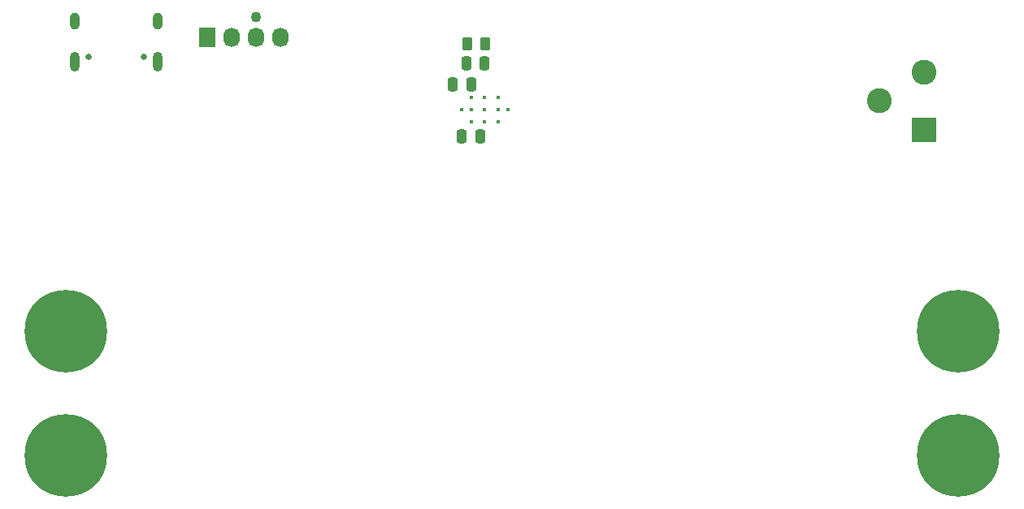
<source format=gbs>
G04 #@! TF.GenerationSoftware,KiCad,Pcbnew,7.0.7-7.0.7~ubuntu22.04.1*
G04 #@! TF.CreationDate,2024-03-15T11:13:54+01:00*
G04 #@! TF.ProjectId,kicad,6b696361-642e-46b6-9963-61645f706362,302*
G04 #@! TF.SameCoordinates,Original*
G04 #@! TF.FileFunction,Soldermask,Bot*
G04 #@! TF.FilePolarity,Negative*
%FSLAX46Y46*%
G04 Gerber Fmt 4.6, Leading zero omitted, Abs format (unit mm)*
G04 Created by KiCad (PCBNEW 7.0.7-7.0.7~ubuntu22.04.1) date 2024-03-15 11:13:54*
%MOMM*%
%LPD*%
G01*
G04 APERTURE LIST*
G04 Aperture macros list*
%AMRoundRect*
0 Rectangle with rounded corners*
0 $1 Rounding radius*
0 $2 $3 $4 $5 $6 $7 $8 $9 X,Y pos of 4 corners*
0 Add a 4 corners polygon primitive as box body*
4,1,4,$2,$3,$4,$5,$6,$7,$8,$9,$2,$3,0*
0 Add four circle primitives for the rounded corners*
1,1,$1+$1,$2,$3*
1,1,$1+$1,$4,$5*
1,1,$1+$1,$6,$7*
1,1,$1+$1,$8,$9*
0 Add four rect primitives between the rounded corners*
20,1,$1+$1,$2,$3,$4,$5,0*
20,1,$1+$1,$4,$5,$6,$7,0*
20,1,$1+$1,$6,$7,$8,$9,0*
20,1,$1+$1,$8,$9,$2,$3,0*%
G04 Aperture macros list end*
%ADD10R,2.600000X2.600000*%
%ADD11C,2.600000*%
%ADD12C,0.400000*%
%ADD13C,0.650000*%
%ADD14O,1.000000X2.100000*%
%ADD15O,1.000000X1.800000*%
%ADD16C,1.100000*%
%ADD17R,1.730000X2.030000*%
%ADD18O,1.730000X2.030000*%
%ADD19C,0.900000*%
%ADD20C,8.600000*%
%ADD21RoundRect,0.250000X0.250000X0.475000X-0.250000X0.475000X-0.250000X-0.475000X0.250000X-0.475000X0*%
%ADD22RoundRect,0.250000X-0.250000X-0.475000X0.250000X-0.475000X0.250000X0.475000X-0.250000X0.475000X0*%
%ADD23RoundRect,0.250000X0.262500X0.450000X-0.262500X0.450000X-0.262500X-0.450000X0.262500X-0.450000X0*%
G04 APERTURE END LIST*
D10*
X150500000Y-73200000D03*
D11*
X150500000Y-67200000D03*
X145800000Y-70200000D03*
D12*
X103291800Y-72388000D03*
X104691800Y-72388000D03*
X106091800Y-72388000D03*
X102291800Y-71108000D03*
X103291800Y-71108000D03*
X104691800Y-71108000D03*
X106091800Y-71108000D03*
X107091800Y-71108000D03*
X103291800Y-69828000D03*
X104691800Y-69828000D03*
X106091800Y-69828000D03*
D13*
X69216000Y-65605000D03*
X63436000Y-65605000D03*
D14*
X70646000Y-66105000D03*
D15*
X70646000Y-61925000D03*
D14*
X62006000Y-66105000D03*
D15*
X62006000Y-61925000D03*
D16*
X80899000Y-61467000D03*
D17*
X75819000Y-63627000D03*
D18*
X78359000Y-63627000D03*
X80899000Y-63627000D03*
X83439000Y-63627000D03*
D19*
X61042000Y-97436000D03*
X154042000Y-97436000D03*
X58761581Y-96491419D03*
X63322419Y-96491419D03*
X151761581Y-96491419D03*
X156322419Y-96491419D03*
X57817000Y-94211000D03*
D20*
X61042000Y-94211000D03*
D19*
X64267000Y-94211000D03*
X150817000Y-94211000D03*
D20*
X154042000Y-94211000D03*
D19*
X157267000Y-94211000D03*
X58761581Y-91930581D03*
X63322419Y-91930581D03*
X151761581Y-91930581D03*
X156322419Y-91930581D03*
X61042000Y-90986000D03*
X154042000Y-90986000D03*
X61042000Y-110436000D03*
X154042000Y-110436000D03*
X58761581Y-109491419D03*
X63322419Y-109491419D03*
X151761581Y-109491419D03*
X156322419Y-109491419D03*
X57817000Y-107211000D03*
D20*
X61042000Y-107211000D03*
D19*
X64267000Y-107211000D03*
X150817000Y-107211000D03*
D20*
X154042000Y-107211000D03*
D19*
X157267000Y-107211000D03*
X58761581Y-104930581D03*
X63322419Y-104930581D03*
X151761581Y-104930581D03*
X156322419Y-104930581D03*
X61042000Y-103986000D03*
X154042000Y-103986000D03*
D21*
X104700000Y-66300000D03*
X102800000Y-66300000D03*
D22*
X102301000Y-73914000D03*
X104201000Y-73914000D03*
D21*
X103300000Y-68500000D03*
X101400000Y-68500000D03*
D23*
X104712500Y-64300000D03*
X102887500Y-64300000D03*
M02*

</source>
